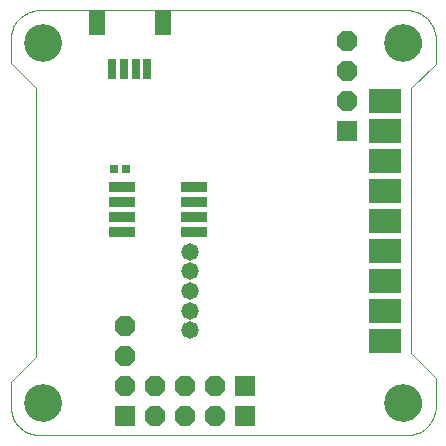
<source format=gbs>
G75*
G70*
%OFA0B0*%
%FSLAX24Y24*%
%IPPOS*%
%LPD*%
%AMOC8*
5,1,8,0,0,1.08239X$1,22.5*
%
%ADD10C,0.0000*%
%ADD11C,0.1261*%
%ADD12R,0.1080X0.0830*%
%ADD13R,0.0277X0.0316*%
%ADD14R,0.0680X0.0680*%
%ADD15OC8,0.0680*%
%ADD16C,0.0580*%
%ADD17R,0.0316X0.0690*%
%ADD18R,0.0552X0.0789*%
%ADD19R,0.0880X0.0340*%
D10*
X011483Y005999D02*
X011483Y006796D01*
X012327Y007639D01*
X012327Y016577D01*
X011483Y017421D01*
X011483Y018203D01*
X011485Y018265D01*
X011491Y018326D01*
X011500Y018387D01*
X011514Y018448D01*
X011531Y018507D01*
X011552Y018565D01*
X011577Y018622D01*
X011605Y018677D01*
X011636Y018730D01*
X011671Y018781D01*
X011709Y018830D01*
X011750Y018877D01*
X011793Y018920D01*
X011840Y018961D01*
X011889Y018999D01*
X011940Y019034D01*
X011993Y019065D01*
X012048Y019093D01*
X012105Y019118D01*
X012163Y019139D01*
X012222Y019156D01*
X012283Y019170D01*
X012344Y019179D01*
X012405Y019185D01*
X012467Y019187D01*
X012467Y019188D02*
X024672Y019188D01*
X024672Y019187D02*
X024734Y019185D01*
X024795Y019179D01*
X024856Y019170D01*
X024917Y019156D01*
X024976Y019139D01*
X025034Y019118D01*
X025091Y019093D01*
X025146Y019065D01*
X025199Y019034D01*
X025250Y018999D01*
X025299Y018961D01*
X025346Y018920D01*
X025389Y018877D01*
X025430Y018830D01*
X025468Y018781D01*
X025503Y018730D01*
X025534Y018677D01*
X025562Y018622D01*
X025587Y018565D01*
X025608Y018507D01*
X025625Y018448D01*
X025639Y018387D01*
X025648Y018326D01*
X025654Y018265D01*
X025656Y018203D01*
X025656Y017406D01*
X024827Y016577D01*
X024827Y007764D01*
X025656Y006935D01*
X025656Y005999D01*
X025654Y005937D01*
X025648Y005876D01*
X025639Y005815D01*
X025625Y005754D01*
X025608Y005695D01*
X025587Y005637D01*
X025562Y005580D01*
X025534Y005525D01*
X025503Y005472D01*
X025468Y005421D01*
X025430Y005372D01*
X025389Y005325D01*
X025346Y005282D01*
X025299Y005241D01*
X025250Y005203D01*
X025199Y005168D01*
X025146Y005137D01*
X025091Y005109D01*
X025034Y005084D01*
X024976Y005063D01*
X024917Y005046D01*
X024856Y005032D01*
X024795Y005023D01*
X024734Y005017D01*
X024672Y005015D01*
X024672Y005014D02*
X012467Y005014D01*
X012467Y005015D02*
X012405Y005017D01*
X012344Y005023D01*
X012283Y005032D01*
X012222Y005046D01*
X012163Y005063D01*
X012105Y005084D01*
X012048Y005109D01*
X011993Y005137D01*
X011940Y005168D01*
X011889Y005203D01*
X011840Y005241D01*
X011793Y005282D01*
X011750Y005325D01*
X011709Y005372D01*
X011671Y005421D01*
X011636Y005472D01*
X011605Y005525D01*
X011577Y005580D01*
X011552Y005637D01*
X011531Y005695D01*
X011514Y005754D01*
X011500Y005815D01*
X011491Y005876D01*
X011485Y005937D01*
X011483Y005999D01*
X011975Y006097D02*
X011977Y006145D01*
X011983Y006193D01*
X011993Y006240D01*
X012006Y006286D01*
X012024Y006331D01*
X012044Y006375D01*
X012069Y006417D01*
X012097Y006456D01*
X012127Y006493D01*
X012161Y006527D01*
X012198Y006559D01*
X012236Y006588D01*
X012277Y006613D01*
X012320Y006635D01*
X012365Y006653D01*
X012411Y006667D01*
X012458Y006678D01*
X012506Y006685D01*
X012554Y006688D01*
X012602Y006687D01*
X012650Y006682D01*
X012698Y006673D01*
X012744Y006661D01*
X012789Y006644D01*
X012833Y006624D01*
X012875Y006601D01*
X012915Y006574D01*
X012953Y006544D01*
X012988Y006511D01*
X013020Y006475D01*
X013050Y006437D01*
X013076Y006396D01*
X013098Y006353D01*
X013118Y006309D01*
X013133Y006264D01*
X013145Y006217D01*
X013153Y006169D01*
X013157Y006121D01*
X013157Y006073D01*
X013153Y006025D01*
X013145Y005977D01*
X013133Y005930D01*
X013118Y005885D01*
X013098Y005841D01*
X013076Y005798D01*
X013050Y005757D01*
X013020Y005719D01*
X012988Y005683D01*
X012953Y005650D01*
X012915Y005620D01*
X012875Y005593D01*
X012833Y005570D01*
X012789Y005550D01*
X012744Y005533D01*
X012698Y005521D01*
X012650Y005512D01*
X012602Y005507D01*
X012554Y005506D01*
X012506Y005509D01*
X012458Y005516D01*
X012411Y005527D01*
X012365Y005541D01*
X012320Y005559D01*
X012277Y005581D01*
X012236Y005606D01*
X012198Y005635D01*
X012161Y005667D01*
X012127Y005701D01*
X012097Y005738D01*
X012069Y005777D01*
X012044Y005819D01*
X012024Y005863D01*
X012006Y005908D01*
X011993Y005954D01*
X011983Y006001D01*
X011977Y006049D01*
X011975Y006097D01*
X023983Y006097D02*
X023985Y006145D01*
X023991Y006193D01*
X024001Y006240D01*
X024014Y006286D01*
X024032Y006331D01*
X024052Y006375D01*
X024077Y006417D01*
X024105Y006456D01*
X024135Y006493D01*
X024169Y006527D01*
X024206Y006559D01*
X024244Y006588D01*
X024285Y006613D01*
X024328Y006635D01*
X024373Y006653D01*
X024419Y006667D01*
X024466Y006678D01*
X024514Y006685D01*
X024562Y006688D01*
X024610Y006687D01*
X024658Y006682D01*
X024706Y006673D01*
X024752Y006661D01*
X024797Y006644D01*
X024841Y006624D01*
X024883Y006601D01*
X024923Y006574D01*
X024961Y006544D01*
X024996Y006511D01*
X025028Y006475D01*
X025058Y006437D01*
X025084Y006396D01*
X025106Y006353D01*
X025126Y006309D01*
X025141Y006264D01*
X025153Y006217D01*
X025161Y006169D01*
X025165Y006121D01*
X025165Y006073D01*
X025161Y006025D01*
X025153Y005977D01*
X025141Y005930D01*
X025126Y005885D01*
X025106Y005841D01*
X025084Y005798D01*
X025058Y005757D01*
X025028Y005719D01*
X024996Y005683D01*
X024961Y005650D01*
X024923Y005620D01*
X024883Y005593D01*
X024841Y005570D01*
X024797Y005550D01*
X024752Y005533D01*
X024706Y005521D01*
X024658Y005512D01*
X024610Y005507D01*
X024562Y005506D01*
X024514Y005509D01*
X024466Y005516D01*
X024419Y005527D01*
X024373Y005541D01*
X024328Y005559D01*
X024285Y005581D01*
X024244Y005606D01*
X024206Y005635D01*
X024169Y005667D01*
X024135Y005701D01*
X024105Y005738D01*
X024077Y005777D01*
X024052Y005819D01*
X024032Y005863D01*
X024014Y005908D01*
X024001Y005954D01*
X023991Y006001D01*
X023985Y006049D01*
X023983Y006097D01*
X023983Y018105D02*
X023985Y018153D01*
X023991Y018201D01*
X024001Y018248D01*
X024014Y018294D01*
X024032Y018339D01*
X024052Y018383D01*
X024077Y018425D01*
X024105Y018464D01*
X024135Y018501D01*
X024169Y018535D01*
X024206Y018567D01*
X024244Y018596D01*
X024285Y018621D01*
X024328Y018643D01*
X024373Y018661D01*
X024419Y018675D01*
X024466Y018686D01*
X024514Y018693D01*
X024562Y018696D01*
X024610Y018695D01*
X024658Y018690D01*
X024706Y018681D01*
X024752Y018669D01*
X024797Y018652D01*
X024841Y018632D01*
X024883Y018609D01*
X024923Y018582D01*
X024961Y018552D01*
X024996Y018519D01*
X025028Y018483D01*
X025058Y018445D01*
X025084Y018404D01*
X025106Y018361D01*
X025126Y018317D01*
X025141Y018272D01*
X025153Y018225D01*
X025161Y018177D01*
X025165Y018129D01*
X025165Y018081D01*
X025161Y018033D01*
X025153Y017985D01*
X025141Y017938D01*
X025126Y017893D01*
X025106Y017849D01*
X025084Y017806D01*
X025058Y017765D01*
X025028Y017727D01*
X024996Y017691D01*
X024961Y017658D01*
X024923Y017628D01*
X024883Y017601D01*
X024841Y017578D01*
X024797Y017558D01*
X024752Y017541D01*
X024706Y017529D01*
X024658Y017520D01*
X024610Y017515D01*
X024562Y017514D01*
X024514Y017517D01*
X024466Y017524D01*
X024419Y017535D01*
X024373Y017549D01*
X024328Y017567D01*
X024285Y017589D01*
X024244Y017614D01*
X024206Y017643D01*
X024169Y017675D01*
X024135Y017709D01*
X024105Y017746D01*
X024077Y017785D01*
X024052Y017827D01*
X024032Y017871D01*
X024014Y017916D01*
X024001Y017962D01*
X023991Y018009D01*
X023985Y018057D01*
X023983Y018105D01*
X011975Y018105D02*
X011977Y018153D01*
X011983Y018201D01*
X011993Y018248D01*
X012006Y018294D01*
X012024Y018339D01*
X012044Y018383D01*
X012069Y018425D01*
X012097Y018464D01*
X012127Y018501D01*
X012161Y018535D01*
X012198Y018567D01*
X012236Y018596D01*
X012277Y018621D01*
X012320Y018643D01*
X012365Y018661D01*
X012411Y018675D01*
X012458Y018686D01*
X012506Y018693D01*
X012554Y018696D01*
X012602Y018695D01*
X012650Y018690D01*
X012698Y018681D01*
X012744Y018669D01*
X012789Y018652D01*
X012833Y018632D01*
X012875Y018609D01*
X012915Y018582D01*
X012953Y018552D01*
X012988Y018519D01*
X013020Y018483D01*
X013050Y018445D01*
X013076Y018404D01*
X013098Y018361D01*
X013118Y018317D01*
X013133Y018272D01*
X013145Y018225D01*
X013153Y018177D01*
X013157Y018129D01*
X013157Y018081D01*
X013153Y018033D01*
X013145Y017985D01*
X013133Y017938D01*
X013118Y017893D01*
X013098Y017849D01*
X013076Y017806D01*
X013050Y017765D01*
X013020Y017727D01*
X012988Y017691D01*
X012953Y017658D01*
X012915Y017628D01*
X012875Y017601D01*
X012833Y017578D01*
X012789Y017558D01*
X012744Y017541D01*
X012698Y017529D01*
X012650Y017520D01*
X012602Y017515D01*
X012554Y017514D01*
X012506Y017517D01*
X012458Y017524D01*
X012411Y017535D01*
X012365Y017549D01*
X012320Y017567D01*
X012277Y017589D01*
X012236Y017614D01*
X012198Y017643D01*
X012161Y017675D01*
X012127Y017709D01*
X012097Y017746D01*
X012069Y017785D01*
X012044Y017827D01*
X012024Y017871D01*
X012006Y017916D01*
X011993Y017962D01*
X011983Y018009D01*
X011977Y018057D01*
X011975Y018105D01*
D11*
X012566Y018105D03*
X024574Y018105D03*
X024574Y006097D03*
X012566Y006097D03*
D12*
X023977Y008171D03*
X023977Y009171D03*
X023977Y010171D03*
X023977Y011171D03*
X023977Y012171D03*
X023977Y013171D03*
X023977Y014171D03*
X023977Y015171D03*
X023977Y016171D03*
D13*
X015336Y013889D03*
X014943Y013889D03*
D14*
X022702Y015171D03*
X019296Y006671D03*
X019296Y005671D03*
X015296Y005671D03*
D15*
X016296Y005671D03*
X017296Y005671D03*
X018296Y005671D03*
X018296Y006671D03*
X017296Y006671D03*
X016296Y006671D03*
X015296Y006671D03*
X015296Y007671D03*
X015296Y008671D03*
X022702Y016171D03*
X022702Y017171D03*
X022702Y018171D03*
D16*
X017452Y011139D03*
X017452Y010483D03*
X017452Y009827D03*
X017452Y009171D03*
X017452Y008514D03*
D17*
X016042Y017218D03*
X015649Y017218D03*
X015255Y017218D03*
X014861Y017218D03*
D18*
X014350Y018744D03*
X016554Y018744D03*
D19*
X017599Y013296D03*
X017599Y012796D03*
X017599Y012296D03*
X017599Y011796D03*
X015179Y011796D03*
X015179Y012296D03*
X015179Y012796D03*
X015179Y013296D03*
M02*

</source>
